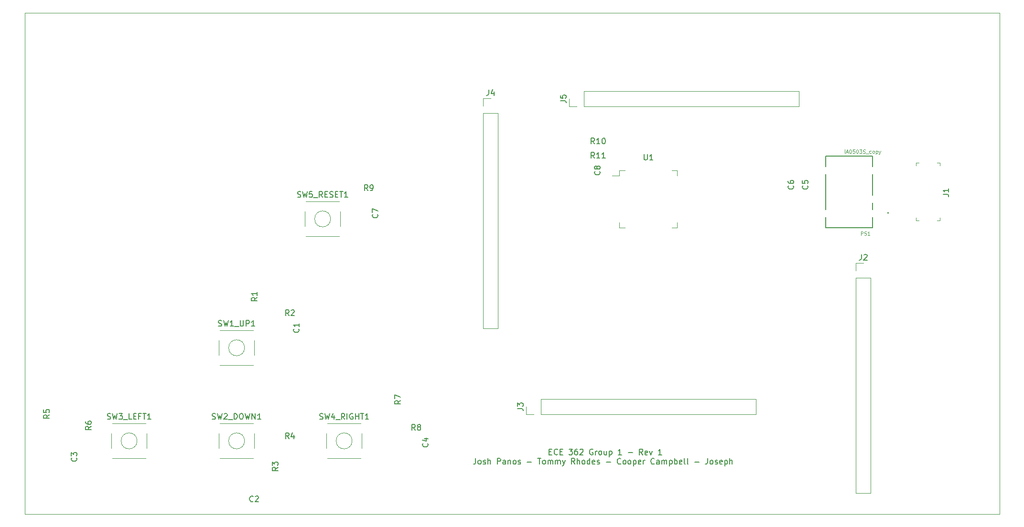
<source format=gbr>
G04 #@! TF.GenerationSoftware,KiCad,Pcbnew,(5.1.4)-1*
G04 #@! TF.CreationDate,2019-11-19T15:05:47-05:00*
G04 #@! TF.ProjectId,MiniProj,4d696e69-5072-46f6-9a2e-6b696361645f,rev?*
G04 #@! TF.SameCoordinates,Original*
G04 #@! TF.FileFunction,Legend,Top*
G04 #@! TF.FilePolarity,Positive*
%FSLAX46Y46*%
G04 Gerber Fmt 4.6, Leading zero omitted, Abs format (unit mm)*
G04 Created by KiCad (PCBNEW (5.1.4)-1) date 2019-11-19 15:05:47*
%MOMM*%
%LPD*%
G04 APERTURE LIST*
%ADD10C,0.120000*%
%ADD11C,0.150000*%
%ADD12C,0.127000*%
%ADD13C,0.200000*%
%ADD14C,0.100000*%
%ADD15C,0.050000*%
G04 APERTURE END LIST*
D10*
X93980000Y-107950000D02*
X93980000Y-100330000D01*
X266700000Y-107950000D02*
X93980000Y-107950000D01*
X266700000Y-19050000D02*
X266700000Y-107950000D01*
X93980000Y-19050000D02*
X266700000Y-19050000D01*
X93980000Y-100330000D02*
X93980000Y-19050000D01*
D11*
X186921428Y-96893571D02*
X187254761Y-96893571D01*
X187397619Y-97417380D02*
X186921428Y-97417380D01*
X186921428Y-96417380D01*
X187397619Y-96417380D01*
X188397619Y-97322142D02*
X188350000Y-97369761D01*
X188207142Y-97417380D01*
X188111904Y-97417380D01*
X187969047Y-97369761D01*
X187873809Y-97274523D01*
X187826190Y-97179285D01*
X187778571Y-96988809D01*
X187778571Y-96845952D01*
X187826190Y-96655476D01*
X187873809Y-96560238D01*
X187969047Y-96465000D01*
X188111904Y-96417380D01*
X188207142Y-96417380D01*
X188350000Y-96465000D01*
X188397619Y-96512619D01*
X188826190Y-96893571D02*
X189159523Y-96893571D01*
X189302380Y-97417380D02*
X188826190Y-97417380D01*
X188826190Y-96417380D01*
X189302380Y-96417380D01*
X190397619Y-96417380D02*
X191016666Y-96417380D01*
X190683333Y-96798333D01*
X190826190Y-96798333D01*
X190921428Y-96845952D01*
X190969047Y-96893571D01*
X191016666Y-96988809D01*
X191016666Y-97226904D01*
X190969047Y-97322142D01*
X190921428Y-97369761D01*
X190826190Y-97417380D01*
X190540476Y-97417380D01*
X190445238Y-97369761D01*
X190397619Y-97322142D01*
X191873809Y-96417380D02*
X191683333Y-96417380D01*
X191588095Y-96465000D01*
X191540476Y-96512619D01*
X191445238Y-96655476D01*
X191397619Y-96845952D01*
X191397619Y-97226904D01*
X191445238Y-97322142D01*
X191492857Y-97369761D01*
X191588095Y-97417380D01*
X191778571Y-97417380D01*
X191873809Y-97369761D01*
X191921428Y-97322142D01*
X191969047Y-97226904D01*
X191969047Y-96988809D01*
X191921428Y-96893571D01*
X191873809Y-96845952D01*
X191778571Y-96798333D01*
X191588095Y-96798333D01*
X191492857Y-96845952D01*
X191445238Y-96893571D01*
X191397619Y-96988809D01*
X192350000Y-96512619D02*
X192397619Y-96465000D01*
X192492857Y-96417380D01*
X192730952Y-96417380D01*
X192826190Y-96465000D01*
X192873809Y-96512619D01*
X192921428Y-96607857D01*
X192921428Y-96703095D01*
X192873809Y-96845952D01*
X192302380Y-97417380D01*
X192921428Y-97417380D01*
X194635714Y-96465000D02*
X194540476Y-96417380D01*
X194397619Y-96417380D01*
X194254761Y-96465000D01*
X194159523Y-96560238D01*
X194111904Y-96655476D01*
X194064285Y-96845952D01*
X194064285Y-96988809D01*
X194111904Y-97179285D01*
X194159523Y-97274523D01*
X194254761Y-97369761D01*
X194397619Y-97417380D01*
X194492857Y-97417380D01*
X194635714Y-97369761D01*
X194683333Y-97322142D01*
X194683333Y-96988809D01*
X194492857Y-96988809D01*
X195111904Y-97417380D02*
X195111904Y-96750714D01*
X195111904Y-96941190D02*
X195159523Y-96845952D01*
X195207142Y-96798333D01*
X195302380Y-96750714D01*
X195397619Y-96750714D01*
X195873809Y-97417380D02*
X195778571Y-97369761D01*
X195730952Y-97322142D01*
X195683333Y-97226904D01*
X195683333Y-96941190D01*
X195730952Y-96845952D01*
X195778571Y-96798333D01*
X195873809Y-96750714D01*
X196016666Y-96750714D01*
X196111904Y-96798333D01*
X196159523Y-96845952D01*
X196207142Y-96941190D01*
X196207142Y-97226904D01*
X196159523Y-97322142D01*
X196111904Y-97369761D01*
X196016666Y-97417380D01*
X195873809Y-97417380D01*
X197064285Y-96750714D02*
X197064285Y-97417380D01*
X196635714Y-96750714D02*
X196635714Y-97274523D01*
X196683333Y-97369761D01*
X196778571Y-97417380D01*
X196921428Y-97417380D01*
X197016666Y-97369761D01*
X197064285Y-97322142D01*
X197540476Y-96750714D02*
X197540476Y-97750714D01*
X197540476Y-96798333D02*
X197635714Y-96750714D01*
X197826190Y-96750714D01*
X197921428Y-96798333D01*
X197969047Y-96845952D01*
X198016666Y-96941190D01*
X198016666Y-97226904D01*
X197969047Y-97322142D01*
X197921428Y-97369761D01*
X197826190Y-97417380D01*
X197635714Y-97417380D01*
X197540476Y-97369761D01*
X199730952Y-97417380D02*
X199159523Y-97417380D01*
X199445238Y-97417380D02*
X199445238Y-96417380D01*
X199350000Y-96560238D01*
X199254761Y-96655476D01*
X199159523Y-96703095D01*
X200921428Y-97036428D02*
X201683333Y-97036428D01*
X203492857Y-97417380D02*
X203159523Y-96941190D01*
X202921428Y-97417380D02*
X202921428Y-96417380D01*
X203302380Y-96417380D01*
X203397619Y-96465000D01*
X203445238Y-96512619D01*
X203492857Y-96607857D01*
X203492857Y-96750714D01*
X203445238Y-96845952D01*
X203397619Y-96893571D01*
X203302380Y-96941190D01*
X202921428Y-96941190D01*
X204302380Y-97369761D02*
X204207142Y-97417380D01*
X204016666Y-97417380D01*
X203921428Y-97369761D01*
X203873809Y-97274523D01*
X203873809Y-96893571D01*
X203921428Y-96798333D01*
X204016666Y-96750714D01*
X204207142Y-96750714D01*
X204302380Y-96798333D01*
X204350000Y-96893571D01*
X204350000Y-96988809D01*
X203873809Y-97084047D01*
X204683333Y-96750714D02*
X204921428Y-97417380D01*
X205159523Y-96750714D01*
X206826190Y-97417380D02*
X206254761Y-97417380D01*
X206540476Y-97417380D02*
X206540476Y-96417380D01*
X206445238Y-96560238D01*
X206350000Y-96655476D01*
X206254761Y-96703095D01*
X173873809Y-98067380D02*
X173873809Y-98781666D01*
X173826190Y-98924523D01*
X173730952Y-99019761D01*
X173588095Y-99067380D01*
X173492857Y-99067380D01*
X174492857Y-99067380D02*
X174397619Y-99019761D01*
X174350000Y-98972142D01*
X174302380Y-98876904D01*
X174302380Y-98591190D01*
X174350000Y-98495952D01*
X174397619Y-98448333D01*
X174492857Y-98400714D01*
X174635714Y-98400714D01*
X174730952Y-98448333D01*
X174778571Y-98495952D01*
X174826190Y-98591190D01*
X174826190Y-98876904D01*
X174778571Y-98972142D01*
X174730952Y-99019761D01*
X174635714Y-99067380D01*
X174492857Y-99067380D01*
X175207142Y-99019761D02*
X175302380Y-99067380D01*
X175492857Y-99067380D01*
X175588095Y-99019761D01*
X175635714Y-98924523D01*
X175635714Y-98876904D01*
X175588095Y-98781666D01*
X175492857Y-98734047D01*
X175350000Y-98734047D01*
X175254761Y-98686428D01*
X175207142Y-98591190D01*
X175207142Y-98543571D01*
X175254761Y-98448333D01*
X175350000Y-98400714D01*
X175492857Y-98400714D01*
X175588095Y-98448333D01*
X176064285Y-99067380D02*
X176064285Y-98067380D01*
X176492857Y-99067380D02*
X176492857Y-98543571D01*
X176445238Y-98448333D01*
X176350000Y-98400714D01*
X176207142Y-98400714D01*
X176111904Y-98448333D01*
X176064285Y-98495952D01*
X177730952Y-99067380D02*
X177730952Y-98067380D01*
X178111904Y-98067380D01*
X178207142Y-98115000D01*
X178254761Y-98162619D01*
X178302380Y-98257857D01*
X178302380Y-98400714D01*
X178254761Y-98495952D01*
X178207142Y-98543571D01*
X178111904Y-98591190D01*
X177730952Y-98591190D01*
X179159523Y-99067380D02*
X179159523Y-98543571D01*
X179111904Y-98448333D01*
X179016666Y-98400714D01*
X178826190Y-98400714D01*
X178730952Y-98448333D01*
X179159523Y-99019761D02*
X179064285Y-99067380D01*
X178826190Y-99067380D01*
X178730952Y-99019761D01*
X178683333Y-98924523D01*
X178683333Y-98829285D01*
X178730952Y-98734047D01*
X178826190Y-98686428D01*
X179064285Y-98686428D01*
X179159523Y-98638809D01*
X179635714Y-98400714D02*
X179635714Y-99067380D01*
X179635714Y-98495952D02*
X179683333Y-98448333D01*
X179778571Y-98400714D01*
X179921428Y-98400714D01*
X180016666Y-98448333D01*
X180064285Y-98543571D01*
X180064285Y-99067380D01*
X180683333Y-99067380D02*
X180588095Y-99019761D01*
X180540476Y-98972142D01*
X180492857Y-98876904D01*
X180492857Y-98591190D01*
X180540476Y-98495952D01*
X180588095Y-98448333D01*
X180683333Y-98400714D01*
X180826190Y-98400714D01*
X180921428Y-98448333D01*
X180969047Y-98495952D01*
X181016666Y-98591190D01*
X181016666Y-98876904D01*
X180969047Y-98972142D01*
X180921428Y-99019761D01*
X180826190Y-99067380D01*
X180683333Y-99067380D01*
X181397619Y-99019761D02*
X181492857Y-99067380D01*
X181683333Y-99067380D01*
X181778571Y-99019761D01*
X181826190Y-98924523D01*
X181826190Y-98876904D01*
X181778571Y-98781666D01*
X181683333Y-98734047D01*
X181540476Y-98734047D01*
X181445238Y-98686428D01*
X181397619Y-98591190D01*
X181397619Y-98543571D01*
X181445238Y-98448333D01*
X181540476Y-98400714D01*
X181683333Y-98400714D01*
X181778571Y-98448333D01*
X183016666Y-98686428D02*
X183778571Y-98686428D01*
X184873809Y-98067380D02*
X185445238Y-98067380D01*
X185159523Y-99067380D02*
X185159523Y-98067380D01*
X185921428Y-99067380D02*
X185826190Y-99019761D01*
X185778571Y-98972142D01*
X185730952Y-98876904D01*
X185730952Y-98591190D01*
X185778571Y-98495952D01*
X185826190Y-98448333D01*
X185921428Y-98400714D01*
X186064285Y-98400714D01*
X186159523Y-98448333D01*
X186207142Y-98495952D01*
X186254761Y-98591190D01*
X186254761Y-98876904D01*
X186207142Y-98972142D01*
X186159523Y-99019761D01*
X186064285Y-99067380D01*
X185921428Y-99067380D01*
X186683333Y-99067380D02*
X186683333Y-98400714D01*
X186683333Y-98495952D02*
X186730952Y-98448333D01*
X186826190Y-98400714D01*
X186969047Y-98400714D01*
X187064285Y-98448333D01*
X187111904Y-98543571D01*
X187111904Y-99067380D01*
X187111904Y-98543571D02*
X187159523Y-98448333D01*
X187254761Y-98400714D01*
X187397619Y-98400714D01*
X187492857Y-98448333D01*
X187540476Y-98543571D01*
X187540476Y-99067380D01*
X188016666Y-99067380D02*
X188016666Y-98400714D01*
X188016666Y-98495952D02*
X188064285Y-98448333D01*
X188159523Y-98400714D01*
X188302380Y-98400714D01*
X188397619Y-98448333D01*
X188445238Y-98543571D01*
X188445238Y-99067380D01*
X188445238Y-98543571D02*
X188492857Y-98448333D01*
X188588095Y-98400714D01*
X188730952Y-98400714D01*
X188826190Y-98448333D01*
X188873809Y-98543571D01*
X188873809Y-99067380D01*
X189254761Y-98400714D02*
X189492857Y-99067380D01*
X189730952Y-98400714D02*
X189492857Y-99067380D01*
X189397619Y-99305476D01*
X189350000Y-99353095D01*
X189254761Y-99400714D01*
X191445238Y-99067380D02*
X191111904Y-98591190D01*
X190873809Y-99067380D02*
X190873809Y-98067380D01*
X191254761Y-98067380D01*
X191350000Y-98115000D01*
X191397619Y-98162619D01*
X191445238Y-98257857D01*
X191445238Y-98400714D01*
X191397619Y-98495952D01*
X191350000Y-98543571D01*
X191254761Y-98591190D01*
X190873809Y-98591190D01*
X191873809Y-99067380D02*
X191873809Y-98067380D01*
X192302380Y-99067380D02*
X192302380Y-98543571D01*
X192254761Y-98448333D01*
X192159523Y-98400714D01*
X192016666Y-98400714D01*
X191921428Y-98448333D01*
X191873809Y-98495952D01*
X192921428Y-99067380D02*
X192826190Y-99019761D01*
X192778571Y-98972142D01*
X192730952Y-98876904D01*
X192730952Y-98591190D01*
X192778571Y-98495952D01*
X192826190Y-98448333D01*
X192921428Y-98400714D01*
X193064285Y-98400714D01*
X193159523Y-98448333D01*
X193207142Y-98495952D01*
X193254761Y-98591190D01*
X193254761Y-98876904D01*
X193207142Y-98972142D01*
X193159523Y-99019761D01*
X193064285Y-99067380D01*
X192921428Y-99067380D01*
X194111904Y-99067380D02*
X194111904Y-98067380D01*
X194111904Y-99019761D02*
X194016666Y-99067380D01*
X193826190Y-99067380D01*
X193730952Y-99019761D01*
X193683333Y-98972142D01*
X193635714Y-98876904D01*
X193635714Y-98591190D01*
X193683333Y-98495952D01*
X193730952Y-98448333D01*
X193826190Y-98400714D01*
X194016666Y-98400714D01*
X194111904Y-98448333D01*
X194969047Y-99019761D02*
X194873809Y-99067380D01*
X194683333Y-99067380D01*
X194588095Y-99019761D01*
X194540476Y-98924523D01*
X194540476Y-98543571D01*
X194588095Y-98448333D01*
X194683333Y-98400714D01*
X194873809Y-98400714D01*
X194969047Y-98448333D01*
X195016666Y-98543571D01*
X195016666Y-98638809D01*
X194540476Y-98734047D01*
X195397619Y-99019761D02*
X195492857Y-99067380D01*
X195683333Y-99067380D01*
X195778571Y-99019761D01*
X195826190Y-98924523D01*
X195826190Y-98876904D01*
X195778571Y-98781666D01*
X195683333Y-98734047D01*
X195540476Y-98734047D01*
X195445238Y-98686428D01*
X195397619Y-98591190D01*
X195397619Y-98543571D01*
X195445238Y-98448333D01*
X195540476Y-98400714D01*
X195683333Y-98400714D01*
X195778571Y-98448333D01*
X197016666Y-98686428D02*
X197778571Y-98686428D01*
X199588095Y-98972142D02*
X199540476Y-99019761D01*
X199397619Y-99067380D01*
X199302380Y-99067380D01*
X199159523Y-99019761D01*
X199064285Y-98924523D01*
X199016666Y-98829285D01*
X198969047Y-98638809D01*
X198969047Y-98495952D01*
X199016666Y-98305476D01*
X199064285Y-98210238D01*
X199159523Y-98115000D01*
X199302380Y-98067380D01*
X199397619Y-98067380D01*
X199540476Y-98115000D01*
X199588095Y-98162619D01*
X200159523Y-99067380D02*
X200064285Y-99019761D01*
X200016666Y-98972142D01*
X199969047Y-98876904D01*
X199969047Y-98591190D01*
X200016666Y-98495952D01*
X200064285Y-98448333D01*
X200159523Y-98400714D01*
X200302380Y-98400714D01*
X200397619Y-98448333D01*
X200445238Y-98495952D01*
X200492857Y-98591190D01*
X200492857Y-98876904D01*
X200445238Y-98972142D01*
X200397619Y-99019761D01*
X200302380Y-99067380D01*
X200159523Y-99067380D01*
X201064285Y-99067380D02*
X200969047Y-99019761D01*
X200921428Y-98972142D01*
X200873809Y-98876904D01*
X200873809Y-98591190D01*
X200921428Y-98495952D01*
X200969047Y-98448333D01*
X201064285Y-98400714D01*
X201207142Y-98400714D01*
X201302380Y-98448333D01*
X201350000Y-98495952D01*
X201397619Y-98591190D01*
X201397619Y-98876904D01*
X201350000Y-98972142D01*
X201302380Y-99019761D01*
X201207142Y-99067380D01*
X201064285Y-99067380D01*
X201826190Y-98400714D02*
X201826190Y-99400714D01*
X201826190Y-98448333D02*
X201921428Y-98400714D01*
X202111904Y-98400714D01*
X202207142Y-98448333D01*
X202254761Y-98495952D01*
X202302380Y-98591190D01*
X202302380Y-98876904D01*
X202254761Y-98972142D01*
X202207142Y-99019761D01*
X202111904Y-99067380D01*
X201921428Y-99067380D01*
X201826190Y-99019761D01*
X203111904Y-99019761D02*
X203016666Y-99067380D01*
X202826190Y-99067380D01*
X202730952Y-99019761D01*
X202683333Y-98924523D01*
X202683333Y-98543571D01*
X202730952Y-98448333D01*
X202826190Y-98400714D01*
X203016666Y-98400714D01*
X203111904Y-98448333D01*
X203159523Y-98543571D01*
X203159523Y-98638809D01*
X202683333Y-98734047D01*
X203588095Y-99067380D02*
X203588095Y-98400714D01*
X203588095Y-98591190D02*
X203635714Y-98495952D01*
X203683333Y-98448333D01*
X203778571Y-98400714D01*
X203873809Y-98400714D01*
X205540476Y-98972142D02*
X205492857Y-99019761D01*
X205350000Y-99067380D01*
X205254761Y-99067380D01*
X205111904Y-99019761D01*
X205016666Y-98924523D01*
X204969047Y-98829285D01*
X204921428Y-98638809D01*
X204921428Y-98495952D01*
X204969047Y-98305476D01*
X205016666Y-98210238D01*
X205111904Y-98115000D01*
X205254761Y-98067380D01*
X205350000Y-98067380D01*
X205492857Y-98115000D01*
X205540476Y-98162619D01*
X206397619Y-99067380D02*
X206397619Y-98543571D01*
X206350000Y-98448333D01*
X206254761Y-98400714D01*
X206064285Y-98400714D01*
X205969047Y-98448333D01*
X206397619Y-99019761D02*
X206302380Y-99067380D01*
X206064285Y-99067380D01*
X205969047Y-99019761D01*
X205921428Y-98924523D01*
X205921428Y-98829285D01*
X205969047Y-98734047D01*
X206064285Y-98686428D01*
X206302380Y-98686428D01*
X206397619Y-98638809D01*
X206873809Y-99067380D02*
X206873809Y-98400714D01*
X206873809Y-98495952D02*
X206921428Y-98448333D01*
X207016666Y-98400714D01*
X207159523Y-98400714D01*
X207254761Y-98448333D01*
X207302380Y-98543571D01*
X207302380Y-99067380D01*
X207302380Y-98543571D02*
X207350000Y-98448333D01*
X207445238Y-98400714D01*
X207588095Y-98400714D01*
X207683333Y-98448333D01*
X207730952Y-98543571D01*
X207730952Y-99067380D01*
X208207142Y-98400714D02*
X208207142Y-99400714D01*
X208207142Y-98448333D02*
X208302380Y-98400714D01*
X208492857Y-98400714D01*
X208588095Y-98448333D01*
X208635714Y-98495952D01*
X208683333Y-98591190D01*
X208683333Y-98876904D01*
X208635714Y-98972142D01*
X208588095Y-99019761D01*
X208492857Y-99067380D01*
X208302380Y-99067380D01*
X208207142Y-99019761D01*
X209111904Y-99067380D02*
X209111904Y-98067380D01*
X209111904Y-98448333D02*
X209207142Y-98400714D01*
X209397619Y-98400714D01*
X209492857Y-98448333D01*
X209540476Y-98495952D01*
X209588095Y-98591190D01*
X209588095Y-98876904D01*
X209540476Y-98972142D01*
X209492857Y-99019761D01*
X209397619Y-99067380D01*
X209207142Y-99067380D01*
X209111904Y-99019761D01*
X210397619Y-99019761D02*
X210302380Y-99067380D01*
X210111904Y-99067380D01*
X210016666Y-99019761D01*
X209969047Y-98924523D01*
X209969047Y-98543571D01*
X210016666Y-98448333D01*
X210111904Y-98400714D01*
X210302380Y-98400714D01*
X210397619Y-98448333D01*
X210445238Y-98543571D01*
X210445238Y-98638809D01*
X209969047Y-98734047D01*
X211016666Y-99067380D02*
X210921428Y-99019761D01*
X210873809Y-98924523D01*
X210873809Y-98067380D01*
X211540476Y-99067380D02*
X211445238Y-99019761D01*
X211397619Y-98924523D01*
X211397619Y-98067380D01*
X212683333Y-98686428D02*
X213445238Y-98686428D01*
X214969047Y-98067380D02*
X214969047Y-98781666D01*
X214921428Y-98924523D01*
X214826190Y-99019761D01*
X214683333Y-99067380D01*
X214588095Y-99067380D01*
X215588095Y-99067380D02*
X215492857Y-99019761D01*
X215445238Y-98972142D01*
X215397619Y-98876904D01*
X215397619Y-98591190D01*
X215445238Y-98495952D01*
X215492857Y-98448333D01*
X215588095Y-98400714D01*
X215730952Y-98400714D01*
X215826190Y-98448333D01*
X215873809Y-98495952D01*
X215921428Y-98591190D01*
X215921428Y-98876904D01*
X215873809Y-98972142D01*
X215826190Y-99019761D01*
X215730952Y-99067380D01*
X215588095Y-99067380D01*
X216302380Y-99019761D02*
X216397619Y-99067380D01*
X216588095Y-99067380D01*
X216683333Y-99019761D01*
X216730952Y-98924523D01*
X216730952Y-98876904D01*
X216683333Y-98781666D01*
X216588095Y-98734047D01*
X216445238Y-98734047D01*
X216349999Y-98686428D01*
X216302380Y-98591190D01*
X216302380Y-98543571D01*
X216349999Y-98448333D01*
X216445238Y-98400714D01*
X216588095Y-98400714D01*
X216683333Y-98448333D01*
X217540476Y-99019761D02*
X217445238Y-99067380D01*
X217254761Y-99067380D01*
X217159523Y-99019761D01*
X217111904Y-98924523D01*
X217111904Y-98543571D01*
X217159523Y-98448333D01*
X217254761Y-98400714D01*
X217445238Y-98400714D01*
X217540476Y-98448333D01*
X217588095Y-98543571D01*
X217588095Y-98638809D01*
X217111904Y-98734047D01*
X218016666Y-98400714D02*
X218016666Y-99400714D01*
X218016666Y-98448333D02*
X218111904Y-98400714D01*
X218302380Y-98400714D01*
X218397619Y-98448333D01*
X218445238Y-98495952D01*
X218492857Y-98591190D01*
X218492857Y-98876904D01*
X218445238Y-98972142D01*
X218397619Y-99019761D01*
X218302380Y-99067380D01*
X218111904Y-99067380D01*
X218016666Y-99019761D01*
X218921428Y-99067380D02*
X218921428Y-98067380D01*
X219349999Y-99067380D02*
X219349999Y-98543571D01*
X219302380Y-98448333D01*
X219207142Y-98400714D01*
X219064285Y-98400714D01*
X218969047Y-98448333D01*
X218921428Y-98495952D01*
D10*
X190440000Y-35620000D02*
X190440000Y-34290000D01*
X191770000Y-35620000D02*
X190440000Y-35620000D01*
X193040000Y-35620000D02*
X193040000Y-32960000D01*
X193040000Y-32960000D02*
X231200000Y-32960000D01*
X193040000Y-35620000D02*
X231200000Y-35620000D01*
X231200000Y-35620000D02*
X231200000Y-32960000D01*
X175200000Y-34230000D02*
X176530000Y-34230000D01*
X175200000Y-35560000D02*
X175200000Y-34230000D01*
X175200000Y-36830000D02*
X177860000Y-36830000D01*
X177860000Y-36830000D02*
X177860000Y-74990000D01*
X175200000Y-36830000D02*
X175200000Y-74990000D01*
X175200000Y-74990000D02*
X177860000Y-74990000D01*
X182820000Y-90230000D02*
X182820000Y-88900000D01*
X184150000Y-90230000D02*
X182820000Y-90230000D01*
X185420000Y-90230000D02*
X185420000Y-87570000D01*
X185420000Y-87570000D02*
X223580000Y-87570000D01*
X185420000Y-90230000D02*
X223580000Y-90230000D01*
X223580000Y-90230000D02*
X223580000Y-87570000D01*
X241240000Y-63440000D02*
X242570000Y-63440000D01*
X241240000Y-64770000D02*
X241240000Y-63440000D01*
X241240000Y-66040000D02*
X243900000Y-66040000D01*
X243900000Y-66040000D02*
X243900000Y-104200000D01*
X241240000Y-66040000D02*
X241240000Y-104200000D01*
X241240000Y-104200000D02*
X243900000Y-104200000D01*
X199360000Y-47910000D02*
X198020000Y-47910000D01*
X199360000Y-46960000D02*
X199360000Y-47910000D01*
X200310000Y-46960000D02*
X199360000Y-46960000D01*
X209580000Y-46960000D02*
X209580000Y-47910000D01*
X208630000Y-46960000D02*
X209580000Y-46960000D01*
X199360000Y-57180000D02*
X199360000Y-56230000D01*
X200310000Y-57180000D02*
X199360000Y-57180000D01*
X209580000Y-57180000D02*
X209580000Y-56230000D01*
X208630000Y-57180000D02*
X209580000Y-57180000D01*
D12*
X244180000Y-44450000D02*
X244180000Y-46300000D01*
D13*
X247030000Y-54530000D02*
G75*
G03X247030000Y-54530000I-100000J0D01*
G01*
D12*
X235880000Y-57150000D02*
X235880000Y-55290000D01*
X235880000Y-47680000D02*
X235880000Y-53930000D01*
X235880000Y-44450000D02*
X235880000Y-46310000D01*
X244180000Y-51380000D02*
X244180000Y-47680000D01*
X244180000Y-53930000D02*
X244180000Y-52750000D01*
X244180000Y-57150000D02*
X244180000Y-55290000D01*
X235880000Y-44450000D02*
X244180000Y-44450000D01*
X244180000Y-57150000D02*
X235880000Y-57150000D01*
D14*
X256100000Y-55860000D02*
X256100000Y-55360000D01*
X256100000Y-55860000D02*
X255600000Y-55860000D01*
X251900000Y-55860000D02*
X252400000Y-55860000D01*
X251900000Y-55860000D02*
X251900000Y-55360000D01*
X251900000Y-45660000D02*
X251900000Y-46160000D01*
X251900000Y-45660000D02*
X252400000Y-45660000D01*
X256100000Y-45660000D02*
X256100000Y-46160000D01*
X256100000Y-45660000D02*
X255600000Y-45660000D01*
D10*
X149880000Y-54250000D02*
X149880000Y-56930000D01*
X143640000Y-56930000D02*
X143640000Y-54250000D01*
X143790000Y-52470000D02*
X149730000Y-52470000D01*
X143790000Y-58710000D02*
X149730000Y-58710000D01*
X148174214Y-55590000D02*
G75*
G03X148174214Y-55590000I-1414214J0D01*
G01*
X153690000Y-93620000D02*
X153690000Y-96300000D01*
X147450000Y-96300000D02*
X147450000Y-93620000D01*
X147600000Y-91840000D02*
X153540000Y-91840000D01*
X147600000Y-98080000D02*
X153540000Y-98080000D01*
X151984214Y-94960000D02*
G75*
G03X151984214Y-94960000I-1414214J0D01*
G01*
X115590000Y-93620000D02*
X115590000Y-96300000D01*
X109350000Y-96300000D02*
X109350000Y-93620000D01*
X109500000Y-91840000D02*
X115440000Y-91840000D01*
X109500000Y-98080000D02*
X115440000Y-98080000D01*
X113884214Y-94960000D02*
G75*
G03X113884214Y-94960000I-1414214J0D01*
G01*
X134640000Y-93620000D02*
X134640000Y-96300000D01*
X128400000Y-96300000D02*
X128400000Y-93620000D01*
X128550000Y-91840000D02*
X134490000Y-91840000D01*
X128550000Y-98080000D02*
X134490000Y-98080000D01*
X132934214Y-94960000D02*
G75*
G03X132934214Y-94960000I-1414214J0D01*
G01*
X134640000Y-77110000D02*
X134640000Y-79790000D01*
X128400000Y-79790000D02*
X128400000Y-77110000D01*
X128550000Y-75330000D02*
X134490000Y-75330000D01*
X128550000Y-81570000D02*
X134490000Y-81570000D01*
X132934214Y-78450000D02*
G75*
G03X132934214Y-78450000I-1414214J0D01*
G01*
D11*
X156467142Y-54776666D02*
X156514761Y-54824285D01*
X156562380Y-54967142D01*
X156562380Y-55062380D01*
X156514761Y-55205238D01*
X156419523Y-55300476D01*
X156324285Y-55348095D01*
X156133809Y-55395714D01*
X155990952Y-55395714D01*
X155800476Y-55348095D01*
X155705238Y-55300476D01*
X155610000Y-55205238D01*
X155562380Y-55062380D01*
X155562380Y-54967142D01*
X155610000Y-54824285D01*
X155657619Y-54776666D01*
X155562380Y-54443333D02*
X155562380Y-53776666D01*
X156562380Y-54205238D01*
X230127142Y-49696666D02*
X230174761Y-49744285D01*
X230222380Y-49887142D01*
X230222380Y-49982380D01*
X230174761Y-50125238D01*
X230079523Y-50220476D01*
X229984285Y-50268095D01*
X229793809Y-50315714D01*
X229650952Y-50315714D01*
X229460476Y-50268095D01*
X229365238Y-50220476D01*
X229270000Y-50125238D01*
X229222380Y-49982380D01*
X229222380Y-49887142D01*
X229270000Y-49744285D01*
X229317619Y-49696666D01*
X229222380Y-48839523D02*
X229222380Y-49030000D01*
X229270000Y-49125238D01*
X229317619Y-49172857D01*
X229460476Y-49268095D01*
X229650952Y-49315714D01*
X230031904Y-49315714D01*
X230127142Y-49268095D01*
X230174761Y-49220476D01*
X230222380Y-49125238D01*
X230222380Y-48934761D01*
X230174761Y-48839523D01*
X230127142Y-48791904D01*
X230031904Y-48744285D01*
X229793809Y-48744285D01*
X229698571Y-48791904D01*
X229650952Y-48839523D01*
X229603333Y-48934761D01*
X229603333Y-49125238D01*
X229650952Y-49220476D01*
X229698571Y-49268095D01*
X229793809Y-49315714D01*
X165357142Y-95416666D02*
X165404761Y-95464285D01*
X165452380Y-95607142D01*
X165452380Y-95702380D01*
X165404761Y-95845238D01*
X165309523Y-95940476D01*
X165214285Y-95988095D01*
X165023809Y-96035714D01*
X164880952Y-96035714D01*
X164690476Y-95988095D01*
X164595238Y-95940476D01*
X164500000Y-95845238D01*
X164452380Y-95702380D01*
X164452380Y-95607142D01*
X164500000Y-95464285D01*
X164547619Y-95416666D01*
X164785714Y-94559523D02*
X165452380Y-94559523D01*
X164404761Y-94797619D02*
X165119047Y-95035714D01*
X165119047Y-94416666D01*
X103127142Y-97956666D02*
X103174761Y-98004285D01*
X103222380Y-98147142D01*
X103222380Y-98242380D01*
X103174761Y-98385238D01*
X103079523Y-98480476D01*
X102984285Y-98528095D01*
X102793809Y-98575714D01*
X102650952Y-98575714D01*
X102460476Y-98528095D01*
X102365238Y-98480476D01*
X102270000Y-98385238D01*
X102222380Y-98242380D01*
X102222380Y-98147142D01*
X102270000Y-98004285D01*
X102317619Y-97956666D01*
X102222380Y-97623333D02*
X102222380Y-97004285D01*
X102603333Y-97337619D01*
X102603333Y-97194761D01*
X102650952Y-97099523D01*
X102698571Y-97051904D01*
X102793809Y-97004285D01*
X103031904Y-97004285D01*
X103127142Y-97051904D01*
X103174761Y-97099523D01*
X103222380Y-97194761D01*
X103222380Y-97480476D01*
X103174761Y-97575714D01*
X103127142Y-97623333D01*
X134453333Y-105667142D02*
X134405714Y-105714761D01*
X134262857Y-105762380D01*
X134167619Y-105762380D01*
X134024761Y-105714761D01*
X133929523Y-105619523D01*
X133881904Y-105524285D01*
X133834285Y-105333809D01*
X133834285Y-105190952D01*
X133881904Y-105000476D01*
X133929523Y-104905238D01*
X134024761Y-104810000D01*
X134167619Y-104762380D01*
X134262857Y-104762380D01*
X134405714Y-104810000D01*
X134453333Y-104857619D01*
X134834285Y-104857619D02*
X134881904Y-104810000D01*
X134977142Y-104762380D01*
X135215238Y-104762380D01*
X135310476Y-104810000D01*
X135358095Y-104857619D01*
X135405714Y-104952857D01*
X135405714Y-105048095D01*
X135358095Y-105190952D01*
X134786666Y-105762380D01*
X135405714Y-105762380D01*
X142497142Y-75096666D02*
X142544761Y-75144285D01*
X142592380Y-75287142D01*
X142592380Y-75382380D01*
X142544761Y-75525238D01*
X142449523Y-75620476D01*
X142354285Y-75668095D01*
X142163809Y-75715714D01*
X142020952Y-75715714D01*
X141830476Y-75668095D01*
X141735238Y-75620476D01*
X141640000Y-75525238D01*
X141592380Y-75382380D01*
X141592380Y-75287142D01*
X141640000Y-75144285D01*
X141687619Y-75096666D01*
X142592380Y-74144285D02*
X142592380Y-74715714D01*
X142592380Y-74430000D02*
X141592380Y-74430000D01*
X141735238Y-74525238D01*
X141830476Y-74620476D01*
X141878095Y-74715714D01*
X194937142Y-44802380D02*
X194603809Y-44326190D01*
X194365714Y-44802380D02*
X194365714Y-43802380D01*
X194746666Y-43802380D01*
X194841904Y-43850000D01*
X194889523Y-43897619D01*
X194937142Y-43992857D01*
X194937142Y-44135714D01*
X194889523Y-44230952D01*
X194841904Y-44278571D01*
X194746666Y-44326190D01*
X194365714Y-44326190D01*
X195889523Y-44802380D02*
X195318095Y-44802380D01*
X195603809Y-44802380D02*
X195603809Y-43802380D01*
X195508571Y-43945238D01*
X195413333Y-44040476D01*
X195318095Y-44088095D01*
X196841904Y-44802380D02*
X196270476Y-44802380D01*
X196556190Y-44802380D02*
X196556190Y-43802380D01*
X196460952Y-43945238D01*
X196365714Y-44040476D01*
X196270476Y-44088095D01*
X194937142Y-42262380D02*
X194603809Y-41786190D01*
X194365714Y-42262380D02*
X194365714Y-41262380D01*
X194746666Y-41262380D01*
X194841904Y-41310000D01*
X194889523Y-41357619D01*
X194937142Y-41452857D01*
X194937142Y-41595714D01*
X194889523Y-41690952D01*
X194841904Y-41738571D01*
X194746666Y-41786190D01*
X194365714Y-41786190D01*
X195889523Y-42262380D02*
X195318095Y-42262380D01*
X195603809Y-42262380D02*
X195603809Y-41262380D01*
X195508571Y-41405238D01*
X195413333Y-41500476D01*
X195318095Y-41548095D01*
X196508571Y-41262380D02*
X196603809Y-41262380D01*
X196699047Y-41310000D01*
X196746666Y-41357619D01*
X196794285Y-41452857D01*
X196841904Y-41643333D01*
X196841904Y-41881428D01*
X196794285Y-42071904D01*
X196746666Y-42167142D01*
X196699047Y-42214761D01*
X196603809Y-42262380D01*
X196508571Y-42262380D01*
X196413333Y-42214761D01*
X196365714Y-42167142D01*
X196318095Y-42071904D01*
X196270476Y-41881428D01*
X196270476Y-41643333D01*
X196318095Y-41452857D01*
X196365714Y-41357619D01*
X196413333Y-41310000D01*
X196508571Y-41262380D01*
X195837142Y-47156666D02*
X195884761Y-47204285D01*
X195932380Y-47347142D01*
X195932380Y-47442380D01*
X195884761Y-47585238D01*
X195789523Y-47680476D01*
X195694285Y-47728095D01*
X195503809Y-47775714D01*
X195360952Y-47775714D01*
X195170476Y-47728095D01*
X195075238Y-47680476D01*
X194980000Y-47585238D01*
X194932380Y-47442380D01*
X194932380Y-47347142D01*
X194980000Y-47204285D01*
X195027619Y-47156666D01*
X195360952Y-46585238D02*
X195313333Y-46680476D01*
X195265714Y-46728095D01*
X195170476Y-46775714D01*
X195122857Y-46775714D01*
X195027619Y-46728095D01*
X194980000Y-46680476D01*
X194932380Y-46585238D01*
X194932380Y-46394761D01*
X194980000Y-46299523D01*
X195027619Y-46251904D01*
X195122857Y-46204285D01*
X195170476Y-46204285D01*
X195265714Y-46251904D01*
X195313333Y-46299523D01*
X195360952Y-46394761D01*
X195360952Y-46585238D01*
X195408571Y-46680476D01*
X195456190Y-46728095D01*
X195551428Y-46775714D01*
X195741904Y-46775714D01*
X195837142Y-46728095D01*
X195884761Y-46680476D01*
X195932380Y-46585238D01*
X195932380Y-46394761D01*
X195884761Y-46299523D01*
X195837142Y-46251904D01*
X195741904Y-46204285D01*
X195551428Y-46204285D01*
X195456190Y-46251904D01*
X195408571Y-46299523D01*
X195360952Y-46394761D01*
X188892380Y-34623333D02*
X189606666Y-34623333D01*
X189749523Y-34670952D01*
X189844761Y-34766190D01*
X189892380Y-34909047D01*
X189892380Y-35004285D01*
X188892380Y-33670952D02*
X188892380Y-34147142D01*
X189368571Y-34194761D01*
X189320952Y-34147142D01*
X189273333Y-34051904D01*
X189273333Y-33813809D01*
X189320952Y-33718571D01*
X189368571Y-33670952D01*
X189463809Y-33623333D01*
X189701904Y-33623333D01*
X189797142Y-33670952D01*
X189844761Y-33718571D01*
X189892380Y-33813809D01*
X189892380Y-34051904D01*
X189844761Y-34147142D01*
X189797142Y-34194761D01*
X176196666Y-32682380D02*
X176196666Y-33396666D01*
X176149047Y-33539523D01*
X176053809Y-33634761D01*
X175910952Y-33682380D01*
X175815714Y-33682380D01*
X177101428Y-33015714D02*
X177101428Y-33682380D01*
X176863333Y-32634761D02*
X176625238Y-33349047D01*
X177244285Y-33349047D01*
X181272380Y-89233333D02*
X181986666Y-89233333D01*
X182129523Y-89280952D01*
X182224761Y-89376190D01*
X182272380Y-89519047D01*
X182272380Y-89614285D01*
X181272380Y-88852380D02*
X181272380Y-88233333D01*
X181653333Y-88566666D01*
X181653333Y-88423809D01*
X181700952Y-88328571D01*
X181748571Y-88280952D01*
X181843809Y-88233333D01*
X182081904Y-88233333D01*
X182177142Y-88280952D01*
X182224761Y-88328571D01*
X182272380Y-88423809D01*
X182272380Y-88709523D01*
X182224761Y-88804761D01*
X182177142Y-88852380D01*
X242236666Y-61892380D02*
X242236666Y-62606666D01*
X242189047Y-62749523D01*
X242093809Y-62844761D01*
X241950952Y-62892380D01*
X241855714Y-62892380D01*
X242665238Y-61987619D02*
X242712857Y-61940000D01*
X242808095Y-61892380D01*
X243046190Y-61892380D01*
X243141428Y-61940000D01*
X243189047Y-61987619D01*
X243236666Y-62082857D01*
X243236666Y-62178095D01*
X243189047Y-62320952D01*
X242617619Y-62892380D01*
X243236666Y-62892380D01*
X203708095Y-44122380D02*
X203708095Y-44931904D01*
X203755714Y-45027142D01*
X203803333Y-45074761D01*
X203898571Y-45122380D01*
X204089047Y-45122380D01*
X204184285Y-45074761D01*
X204231904Y-45027142D01*
X204279523Y-44931904D01*
X204279523Y-44122380D01*
X205279523Y-45122380D02*
X204708095Y-45122380D01*
X204993809Y-45122380D02*
X204993809Y-44122380D01*
X204898571Y-44265238D01*
X204803333Y-44360476D01*
X204708095Y-44408095D01*
D15*
X242138537Y-58466920D02*
X242138537Y-57823478D01*
X242383658Y-57823478D01*
X242444938Y-57854119D01*
X242475578Y-57884759D01*
X242506218Y-57946039D01*
X242506218Y-58037959D01*
X242475578Y-58099239D01*
X242444938Y-58129879D01*
X242383658Y-58160519D01*
X242138537Y-58160519D01*
X242751339Y-58436280D02*
X242843259Y-58466920D01*
X242996460Y-58466920D01*
X243057740Y-58436280D01*
X243088380Y-58405640D01*
X243119020Y-58344360D01*
X243119020Y-58283080D01*
X243088380Y-58221800D01*
X243057740Y-58191160D01*
X242996460Y-58160519D01*
X242873899Y-58129879D01*
X242812619Y-58099239D01*
X242781979Y-58068599D01*
X242751339Y-58007319D01*
X242751339Y-57946039D01*
X242781979Y-57884759D01*
X242812619Y-57854119D01*
X242873899Y-57823478D01*
X243027100Y-57823478D01*
X243119020Y-57854119D01*
X243731822Y-58466920D02*
X243364141Y-58466920D01*
X243547981Y-58466920D02*
X243547981Y-57823478D01*
X243486701Y-57915399D01*
X243425421Y-57976679D01*
X243364141Y-58007319D01*
X239255619Y-43936491D02*
X239255619Y-43293734D01*
X239531087Y-43752846D02*
X239837162Y-43752846D01*
X239469872Y-43936491D02*
X239684124Y-43293734D01*
X239898376Y-43936491D01*
X240235059Y-43293734D02*
X240296274Y-43293734D01*
X240357489Y-43324341D01*
X240388096Y-43354948D01*
X240418704Y-43416163D01*
X240449311Y-43538593D01*
X240449311Y-43691631D01*
X240418704Y-43814061D01*
X240388096Y-43875276D01*
X240357489Y-43905883D01*
X240296274Y-43936491D01*
X240235059Y-43936491D01*
X240173844Y-43905883D01*
X240143236Y-43875276D01*
X240112629Y-43814061D01*
X240082021Y-43691631D01*
X240082021Y-43538593D01*
X240112629Y-43416163D01*
X240143236Y-43354948D01*
X240173844Y-43324341D01*
X240235059Y-43293734D01*
X241030853Y-43293734D02*
X240724778Y-43293734D01*
X240694171Y-43599808D01*
X240724778Y-43569201D01*
X240785993Y-43538593D01*
X240939031Y-43538593D01*
X241000246Y-43569201D01*
X241030853Y-43599808D01*
X241061461Y-43661023D01*
X241061461Y-43814061D01*
X241030853Y-43875276D01*
X241000246Y-43905883D01*
X240939031Y-43936491D01*
X240785993Y-43936491D01*
X240724778Y-43905883D01*
X240694171Y-43875276D01*
X241459358Y-43293734D02*
X241520573Y-43293734D01*
X241581788Y-43324341D01*
X241612395Y-43354948D01*
X241643003Y-43416163D01*
X241673610Y-43538593D01*
X241673610Y-43691631D01*
X241643003Y-43814061D01*
X241612395Y-43875276D01*
X241581788Y-43905883D01*
X241520573Y-43936491D01*
X241459358Y-43936491D01*
X241398143Y-43905883D01*
X241367535Y-43875276D01*
X241336928Y-43814061D01*
X241306320Y-43691631D01*
X241306320Y-43538593D01*
X241336928Y-43416163D01*
X241367535Y-43354948D01*
X241398143Y-43324341D01*
X241459358Y-43293734D01*
X241887862Y-43293734D02*
X242285760Y-43293734D01*
X242071507Y-43538593D01*
X242163330Y-43538593D01*
X242224545Y-43569201D01*
X242255152Y-43599808D01*
X242285760Y-43661023D01*
X242285760Y-43814061D01*
X242255152Y-43875276D01*
X242224545Y-43905883D01*
X242163330Y-43936491D01*
X241979685Y-43936491D01*
X241918470Y-43905883D01*
X241887862Y-43875276D01*
X242530619Y-43905883D02*
X242622442Y-43936491D01*
X242775479Y-43936491D01*
X242836694Y-43905883D01*
X242867302Y-43875276D01*
X242897909Y-43814061D01*
X242897909Y-43752846D01*
X242867302Y-43691631D01*
X242836694Y-43661023D01*
X242775479Y-43630416D01*
X242653049Y-43599808D01*
X242591834Y-43569201D01*
X242561227Y-43538593D01*
X242530619Y-43477378D01*
X242530619Y-43416163D01*
X242561227Y-43354948D01*
X242591834Y-43324341D01*
X242653049Y-43293734D01*
X242806087Y-43293734D01*
X242897909Y-43324341D01*
X243020339Y-43997705D02*
X243510059Y-43997705D01*
X243938563Y-43905883D02*
X243877348Y-43936491D01*
X243754918Y-43936491D01*
X243693704Y-43905883D01*
X243663096Y-43875276D01*
X243632489Y-43814061D01*
X243632489Y-43630416D01*
X243663096Y-43569201D01*
X243693704Y-43538593D01*
X243754918Y-43507986D01*
X243877348Y-43507986D01*
X243938563Y-43538593D01*
X244305853Y-43936491D02*
X244244638Y-43905883D01*
X244214031Y-43875276D01*
X244183423Y-43814061D01*
X244183423Y-43630416D01*
X244214031Y-43569201D01*
X244244638Y-43538593D01*
X244305853Y-43507986D01*
X244397675Y-43507986D01*
X244458890Y-43538593D01*
X244489498Y-43569201D01*
X244520105Y-43630416D01*
X244520105Y-43814061D01*
X244489498Y-43875276D01*
X244458890Y-43905883D01*
X244397675Y-43936491D01*
X244305853Y-43936491D01*
X244795573Y-43507986D02*
X244795573Y-44150743D01*
X244795573Y-43538593D02*
X244856788Y-43507986D01*
X244979218Y-43507986D01*
X245040432Y-43538593D01*
X245071040Y-43569201D01*
X245101647Y-43630416D01*
X245101647Y-43814061D01*
X245071040Y-43875276D01*
X245040432Y-43905883D01*
X244979218Y-43936491D01*
X244856788Y-43936491D01*
X244795573Y-43905883D01*
X245315900Y-43507986D02*
X245468937Y-43936491D01*
X245621975Y-43507986D02*
X245468937Y-43936491D01*
X245407722Y-44089528D01*
X245377115Y-44120135D01*
X245315900Y-44150743D01*
D11*
X256702380Y-51243333D02*
X257416666Y-51243333D01*
X257559523Y-51290952D01*
X257654761Y-51386190D01*
X257702380Y-51529047D01*
X257702380Y-51624285D01*
X257702380Y-50243333D02*
X257702380Y-50814761D01*
X257702380Y-50529047D02*
X256702380Y-50529047D01*
X256845238Y-50624285D01*
X256940476Y-50719523D01*
X256988095Y-50814761D01*
X232667142Y-49696666D02*
X232714761Y-49744285D01*
X232762380Y-49887142D01*
X232762380Y-49982380D01*
X232714761Y-50125238D01*
X232619523Y-50220476D01*
X232524285Y-50268095D01*
X232333809Y-50315714D01*
X232190952Y-50315714D01*
X232000476Y-50268095D01*
X231905238Y-50220476D01*
X231810000Y-50125238D01*
X231762380Y-49982380D01*
X231762380Y-49887142D01*
X231810000Y-49744285D01*
X231857619Y-49696666D01*
X231762380Y-48791904D02*
X231762380Y-49268095D01*
X232238571Y-49315714D01*
X232190952Y-49268095D01*
X232143333Y-49172857D01*
X232143333Y-48934761D01*
X232190952Y-48839523D01*
X232238571Y-48791904D01*
X232333809Y-48744285D01*
X232571904Y-48744285D01*
X232667142Y-48791904D01*
X232714761Y-48839523D01*
X232762380Y-48934761D01*
X232762380Y-49172857D01*
X232714761Y-49268095D01*
X232667142Y-49315714D01*
X142307619Y-51694761D02*
X142450476Y-51742380D01*
X142688571Y-51742380D01*
X142783809Y-51694761D01*
X142831428Y-51647142D01*
X142879047Y-51551904D01*
X142879047Y-51456666D01*
X142831428Y-51361428D01*
X142783809Y-51313809D01*
X142688571Y-51266190D01*
X142498095Y-51218571D01*
X142402857Y-51170952D01*
X142355238Y-51123333D01*
X142307619Y-51028095D01*
X142307619Y-50932857D01*
X142355238Y-50837619D01*
X142402857Y-50790000D01*
X142498095Y-50742380D01*
X142736190Y-50742380D01*
X142879047Y-50790000D01*
X143212380Y-50742380D02*
X143450476Y-51742380D01*
X143640952Y-51028095D01*
X143831428Y-51742380D01*
X144069523Y-50742380D01*
X144926666Y-50742380D02*
X144450476Y-50742380D01*
X144402857Y-51218571D01*
X144450476Y-51170952D01*
X144545714Y-51123333D01*
X144783809Y-51123333D01*
X144879047Y-51170952D01*
X144926666Y-51218571D01*
X144974285Y-51313809D01*
X144974285Y-51551904D01*
X144926666Y-51647142D01*
X144879047Y-51694761D01*
X144783809Y-51742380D01*
X144545714Y-51742380D01*
X144450476Y-51694761D01*
X144402857Y-51647142D01*
X145164761Y-51837619D02*
X145926666Y-51837619D01*
X146736190Y-51742380D02*
X146402857Y-51266190D01*
X146164761Y-51742380D02*
X146164761Y-50742380D01*
X146545714Y-50742380D01*
X146640952Y-50790000D01*
X146688571Y-50837619D01*
X146736190Y-50932857D01*
X146736190Y-51075714D01*
X146688571Y-51170952D01*
X146640952Y-51218571D01*
X146545714Y-51266190D01*
X146164761Y-51266190D01*
X147164761Y-51218571D02*
X147498095Y-51218571D01*
X147640952Y-51742380D02*
X147164761Y-51742380D01*
X147164761Y-50742380D01*
X147640952Y-50742380D01*
X148021904Y-51694761D02*
X148164761Y-51742380D01*
X148402857Y-51742380D01*
X148498095Y-51694761D01*
X148545714Y-51647142D01*
X148593333Y-51551904D01*
X148593333Y-51456666D01*
X148545714Y-51361428D01*
X148498095Y-51313809D01*
X148402857Y-51266190D01*
X148212380Y-51218571D01*
X148117142Y-51170952D01*
X148069523Y-51123333D01*
X148021904Y-51028095D01*
X148021904Y-50932857D01*
X148069523Y-50837619D01*
X148117142Y-50790000D01*
X148212380Y-50742380D01*
X148450476Y-50742380D01*
X148593333Y-50790000D01*
X149021904Y-51218571D02*
X149355238Y-51218571D01*
X149498095Y-51742380D02*
X149021904Y-51742380D01*
X149021904Y-50742380D01*
X149498095Y-50742380D01*
X149783809Y-50742380D02*
X150355238Y-50742380D01*
X150069523Y-51742380D02*
X150069523Y-50742380D01*
X151212380Y-51742380D02*
X150640952Y-51742380D01*
X150926666Y-51742380D02*
X150926666Y-50742380D01*
X150831428Y-50885238D01*
X150736190Y-50980476D01*
X150640952Y-51028095D01*
X146236666Y-91064761D02*
X146379523Y-91112380D01*
X146617619Y-91112380D01*
X146712857Y-91064761D01*
X146760476Y-91017142D01*
X146808095Y-90921904D01*
X146808095Y-90826666D01*
X146760476Y-90731428D01*
X146712857Y-90683809D01*
X146617619Y-90636190D01*
X146427142Y-90588571D01*
X146331904Y-90540952D01*
X146284285Y-90493333D01*
X146236666Y-90398095D01*
X146236666Y-90302857D01*
X146284285Y-90207619D01*
X146331904Y-90160000D01*
X146427142Y-90112380D01*
X146665238Y-90112380D01*
X146808095Y-90160000D01*
X147141428Y-90112380D02*
X147379523Y-91112380D01*
X147570000Y-90398095D01*
X147760476Y-91112380D01*
X147998571Y-90112380D01*
X148808095Y-90445714D02*
X148808095Y-91112380D01*
X148570000Y-90064761D02*
X148331904Y-90779047D01*
X148950952Y-90779047D01*
X149093809Y-91207619D02*
X149855714Y-91207619D01*
X150665238Y-91112380D02*
X150331904Y-90636190D01*
X150093809Y-91112380D02*
X150093809Y-90112380D01*
X150474761Y-90112380D01*
X150570000Y-90160000D01*
X150617619Y-90207619D01*
X150665238Y-90302857D01*
X150665238Y-90445714D01*
X150617619Y-90540952D01*
X150570000Y-90588571D01*
X150474761Y-90636190D01*
X150093809Y-90636190D01*
X151093809Y-91112380D02*
X151093809Y-90112380D01*
X152093809Y-90160000D02*
X151998571Y-90112380D01*
X151855714Y-90112380D01*
X151712857Y-90160000D01*
X151617619Y-90255238D01*
X151570000Y-90350476D01*
X151522380Y-90540952D01*
X151522380Y-90683809D01*
X151570000Y-90874285D01*
X151617619Y-90969523D01*
X151712857Y-91064761D01*
X151855714Y-91112380D01*
X151950952Y-91112380D01*
X152093809Y-91064761D01*
X152141428Y-91017142D01*
X152141428Y-90683809D01*
X151950952Y-90683809D01*
X152570000Y-91112380D02*
X152570000Y-90112380D01*
X152570000Y-90588571D02*
X153141428Y-90588571D01*
X153141428Y-91112380D02*
X153141428Y-90112380D01*
X153474761Y-90112380D02*
X154046190Y-90112380D01*
X153760476Y-91112380D02*
X153760476Y-90112380D01*
X154903333Y-91112380D02*
X154331904Y-91112380D01*
X154617619Y-91112380D02*
X154617619Y-90112380D01*
X154522380Y-90255238D01*
X154427142Y-90350476D01*
X154331904Y-90398095D01*
X108612857Y-91064761D02*
X108755714Y-91112380D01*
X108993809Y-91112380D01*
X109089047Y-91064761D01*
X109136666Y-91017142D01*
X109184285Y-90921904D01*
X109184285Y-90826666D01*
X109136666Y-90731428D01*
X109089047Y-90683809D01*
X108993809Y-90636190D01*
X108803333Y-90588571D01*
X108708095Y-90540952D01*
X108660476Y-90493333D01*
X108612857Y-90398095D01*
X108612857Y-90302857D01*
X108660476Y-90207619D01*
X108708095Y-90160000D01*
X108803333Y-90112380D01*
X109041428Y-90112380D01*
X109184285Y-90160000D01*
X109517619Y-90112380D02*
X109755714Y-91112380D01*
X109946190Y-90398095D01*
X110136666Y-91112380D01*
X110374761Y-90112380D01*
X110660476Y-90112380D02*
X111279523Y-90112380D01*
X110946190Y-90493333D01*
X111089047Y-90493333D01*
X111184285Y-90540952D01*
X111231904Y-90588571D01*
X111279523Y-90683809D01*
X111279523Y-90921904D01*
X111231904Y-91017142D01*
X111184285Y-91064761D01*
X111089047Y-91112380D01*
X110803333Y-91112380D01*
X110708095Y-91064761D01*
X110660476Y-91017142D01*
X111470000Y-91207619D02*
X112231904Y-91207619D01*
X112946190Y-91112380D02*
X112470000Y-91112380D01*
X112470000Y-90112380D01*
X113279523Y-90588571D02*
X113612857Y-90588571D01*
X113755714Y-91112380D02*
X113279523Y-91112380D01*
X113279523Y-90112380D01*
X113755714Y-90112380D01*
X114517619Y-90588571D02*
X114184285Y-90588571D01*
X114184285Y-91112380D02*
X114184285Y-90112380D01*
X114660476Y-90112380D01*
X114898571Y-90112380D02*
X115470000Y-90112380D01*
X115184285Y-91112380D02*
X115184285Y-90112380D01*
X116327142Y-91112380D02*
X115755714Y-91112380D01*
X116041428Y-91112380D02*
X116041428Y-90112380D01*
X115946190Y-90255238D01*
X115850952Y-90350476D01*
X115755714Y-90398095D01*
X127210476Y-91064761D02*
X127353333Y-91112380D01*
X127591428Y-91112380D01*
X127686666Y-91064761D01*
X127734285Y-91017142D01*
X127781904Y-90921904D01*
X127781904Y-90826666D01*
X127734285Y-90731428D01*
X127686666Y-90683809D01*
X127591428Y-90636190D01*
X127400952Y-90588571D01*
X127305714Y-90540952D01*
X127258095Y-90493333D01*
X127210476Y-90398095D01*
X127210476Y-90302857D01*
X127258095Y-90207619D01*
X127305714Y-90160000D01*
X127400952Y-90112380D01*
X127639047Y-90112380D01*
X127781904Y-90160000D01*
X128115238Y-90112380D02*
X128353333Y-91112380D01*
X128543809Y-90398095D01*
X128734285Y-91112380D01*
X128972380Y-90112380D01*
X129305714Y-90207619D02*
X129353333Y-90160000D01*
X129448571Y-90112380D01*
X129686666Y-90112380D01*
X129781904Y-90160000D01*
X129829523Y-90207619D01*
X129877142Y-90302857D01*
X129877142Y-90398095D01*
X129829523Y-90540952D01*
X129258095Y-91112380D01*
X129877142Y-91112380D01*
X130067619Y-91207619D02*
X130829523Y-91207619D01*
X131067619Y-91112380D02*
X131067619Y-90112380D01*
X131305714Y-90112380D01*
X131448571Y-90160000D01*
X131543809Y-90255238D01*
X131591428Y-90350476D01*
X131639047Y-90540952D01*
X131639047Y-90683809D01*
X131591428Y-90874285D01*
X131543809Y-90969523D01*
X131448571Y-91064761D01*
X131305714Y-91112380D01*
X131067619Y-91112380D01*
X132258095Y-90112380D02*
X132448571Y-90112380D01*
X132543809Y-90160000D01*
X132639047Y-90255238D01*
X132686666Y-90445714D01*
X132686666Y-90779047D01*
X132639047Y-90969523D01*
X132543809Y-91064761D01*
X132448571Y-91112380D01*
X132258095Y-91112380D01*
X132162857Y-91064761D01*
X132067619Y-90969523D01*
X132020000Y-90779047D01*
X132020000Y-90445714D01*
X132067619Y-90255238D01*
X132162857Y-90160000D01*
X132258095Y-90112380D01*
X133020000Y-90112380D02*
X133258095Y-91112380D01*
X133448571Y-90398095D01*
X133639047Y-91112380D01*
X133877142Y-90112380D01*
X134258095Y-91112380D02*
X134258095Y-90112380D01*
X134829523Y-91112380D01*
X134829523Y-90112380D01*
X135829523Y-91112380D02*
X135258095Y-91112380D01*
X135543809Y-91112380D02*
X135543809Y-90112380D01*
X135448571Y-90255238D01*
X135353333Y-90350476D01*
X135258095Y-90398095D01*
X128305714Y-74554761D02*
X128448571Y-74602380D01*
X128686666Y-74602380D01*
X128781904Y-74554761D01*
X128829523Y-74507142D01*
X128877142Y-74411904D01*
X128877142Y-74316666D01*
X128829523Y-74221428D01*
X128781904Y-74173809D01*
X128686666Y-74126190D01*
X128496190Y-74078571D01*
X128400952Y-74030952D01*
X128353333Y-73983333D01*
X128305714Y-73888095D01*
X128305714Y-73792857D01*
X128353333Y-73697619D01*
X128400952Y-73650000D01*
X128496190Y-73602380D01*
X128734285Y-73602380D01*
X128877142Y-73650000D01*
X129210476Y-73602380D02*
X129448571Y-74602380D01*
X129639047Y-73888095D01*
X129829523Y-74602380D01*
X130067619Y-73602380D01*
X130972380Y-74602380D02*
X130400952Y-74602380D01*
X130686666Y-74602380D02*
X130686666Y-73602380D01*
X130591428Y-73745238D01*
X130496190Y-73840476D01*
X130400952Y-73888095D01*
X131162857Y-74697619D02*
X131924761Y-74697619D01*
X132162857Y-73602380D02*
X132162857Y-74411904D01*
X132210476Y-74507142D01*
X132258095Y-74554761D01*
X132353333Y-74602380D01*
X132543809Y-74602380D01*
X132639047Y-74554761D01*
X132686666Y-74507142D01*
X132734285Y-74411904D01*
X132734285Y-73602380D01*
X133210476Y-74602380D02*
X133210476Y-73602380D01*
X133591428Y-73602380D01*
X133686666Y-73650000D01*
X133734285Y-73697619D01*
X133781904Y-73792857D01*
X133781904Y-73935714D01*
X133734285Y-74030952D01*
X133686666Y-74078571D01*
X133591428Y-74126190D01*
X133210476Y-74126190D01*
X134734285Y-74602380D02*
X134162857Y-74602380D01*
X134448571Y-74602380D02*
X134448571Y-73602380D01*
X134353333Y-73745238D01*
X134258095Y-73840476D01*
X134162857Y-73888095D01*
X154773333Y-50567380D02*
X154440000Y-50091190D01*
X154201904Y-50567380D02*
X154201904Y-49567380D01*
X154582857Y-49567380D01*
X154678095Y-49615000D01*
X154725714Y-49662619D01*
X154773333Y-49757857D01*
X154773333Y-49900714D01*
X154725714Y-49995952D01*
X154678095Y-50043571D01*
X154582857Y-50091190D01*
X154201904Y-50091190D01*
X155249523Y-50567380D02*
X155440000Y-50567380D01*
X155535238Y-50519761D01*
X155582857Y-50472142D01*
X155678095Y-50329285D01*
X155725714Y-50138809D01*
X155725714Y-49757857D01*
X155678095Y-49662619D01*
X155630476Y-49615000D01*
X155535238Y-49567380D01*
X155344761Y-49567380D01*
X155249523Y-49615000D01*
X155201904Y-49662619D01*
X155154285Y-49757857D01*
X155154285Y-49995952D01*
X155201904Y-50091190D01*
X155249523Y-50138809D01*
X155344761Y-50186428D01*
X155535238Y-50186428D01*
X155630476Y-50138809D01*
X155678095Y-50091190D01*
X155725714Y-49995952D01*
X163178333Y-93062380D02*
X162845000Y-92586190D01*
X162606904Y-93062380D02*
X162606904Y-92062380D01*
X162987857Y-92062380D01*
X163083095Y-92110000D01*
X163130714Y-92157619D01*
X163178333Y-92252857D01*
X163178333Y-92395714D01*
X163130714Y-92490952D01*
X163083095Y-92538571D01*
X162987857Y-92586190D01*
X162606904Y-92586190D01*
X163749761Y-92490952D02*
X163654523Y-92443333D01*
X163606904Y-92395714D01*
X163559285Y-92300476D01*
X163559285Y-92252857D01*
X163606904Y-92157619D01*
X163654523Y-92110000D01*
X163749761Y-92062380D01*
X163940238Y-92062380D01*
X164035476Y-92110000D01*
X164083095Y-92157619D01*
X164130714Y-92252857D01*
X164130714Y-92300476D01*
X164083095Y-92395714D01*
X164035476Y-92443333D01*
X163940238Y-92490952D01*
X163749761Y-92490952D01*
X163654523Y-92538571D01*
X163606904Y-92586190D01*
X163559285Y-92681428D01*
X163559285Y-92871904D01*
X163606904Y-92967142D01*
X163654523Y-93014761D01*
X163749761Y-93062380D01*
X163940238Y-93062380D01*
X164035476Y-93014761D01*
X164083095Y-92967142D01*
X164130714Y-92871904D01*
X164130714Y-92681428D01*
X164083095Y-92586190D01*
X164035476Y-92538571D01*
X163940238Y-92490952D01*
X160572380Y-87796666D02*
X160096190Y-88130000D01*
X160572380Y-88368095D02*
X159572380Y-88368095D01*
X159572380Y-87987142D01*
X159620000Y-87891904D01*
X159667619Y-87844285D01*
X159762857Y-87796666D01*
X159905714Y-87796666D01*
X160000952Y-87844285D01*
X160048571Y-87891904D01*
X160096190Y-87987142D01*
X160096190Y-88368095D01*
X159572380Y-87463333D02*
X159572380Y-86796666D01*
X160572380Y-87225238D01*
X105762380Y-92391666D02*
X105286190Y-92725000D01*
X105762380Y-92963095D02*
X104762380Y-92963095D01*
X104762380Y-92582142D01*
X104810000Y-92486904D01*
X104857619Y-92439285D01*
X104952857Y-92391666D01*
X105095714Y-92391666D01*
X105190952Y-92439285D01*
X105238571Y-92486904D01*
X105286190Y-92582142D01*
X105286190Y-92963095D01*
X104762380Y-91534523D02*
X104762380Y-91725000D01*
X104810000Y-91820238D01*
X104857619Y-91867857D01*
X105000476Y-91963095D01*
X105190952Y-92010714D01*
X105571904Y-92010714D01*
X105667142Y-91963095D01*
X105714761Y-91915476D01*
X105762380Y-91820238D01*
X105762380Y-91629761D01*
X105714761Y-91534523D01*
X105667142Y-91486904D01*
X105571904Y-91439285D01*
X105333809Y-91439285D01*
X105238571Y-91486904D01*
X105190952Y-91534523D01*
X105143333Y-91629761D01*
X105143333Y-91820238D01*
X105190952Y-91915476D01*
X105238571Y-91963095D01*
X105333809Y-92010714D01*
X98342380Y-90336666D02*
X97866190Y-90670000D01*
X98342380Y-90908095D02*
X97342380Y-90908095D01*
X97342380Y-90527142D01*
X97390000Y-90431904D01*
X97437619Y-90384285D01*
X97532857Y-90336666D01*
X97675714Y-90336666D01*
X97770952Y-90384285D01*
X97818571Y-90431904D01*
X97866190Y-90527142D01*
X97866190Y-90908095D01*
X97342380Y-89431904D02*
X97342380Y-89908095D01*
X97818571Y-89955714D01*
X97770952Y-89908095D01*
X97723333Y-89812857D01*
X97723333Y-89574761D01*
X97770952Y-89479523D01*
X97818571Y-89431904D01*
X97913809Y-89384285D01*
X98151904Y-89384285D01*
X98247142Y-89431904D01*
X98294761Y-89479523D01*
X98342380Y-89574761D01*
X98342380Y-89812857D01*
X98294761Y-89908095D01*
X98247142Y-89955714D01*
X140803333Y-94532380D02*
X140470000Y-94056190D01*
X140231904Y-94532380D02*
X140231904Y-93532380D01*
X140612857Y-93532380D01*
X140708095Y-93580000D01*
X140755714Y-93627619D01*
X140803333Y-93722857D01*
X140803333Y-93865714D01*
X140755714Y-93960952D01*
X140708095Y-94008571D01*
X140612857Y-94056190D01*
X140231904Y-94056190D01*
X141660476Y-93865714D02*
X141660476Y-94532380D01*
X141422380Y-93484761D02*
X141184285Y-94199047D01*
X141803333Y-94199047D01*
X138852380Y-99646666D02*
X138376190Y-99980000D01*
X138852380Y-100218095D02*
X137852380Y-100218095D01*
X137852380Y-99837142D01*
X137900000Y-99741904D01*
X137947619Y-99694285D01*
X138042857Y-99646666D01*
X138185714Y-99646666D01*
X138280952Y-99694285D01*
X138328571Y-99741904D01*
X138376190Y-99837142D01*
X138376190Y-100218095D01*
X137852380Y-99313333D02*
X137852380Y-98694285D01*
X138233333Y-99027619D01*
X138233333Y-98884761D01*
X138280952Y-98789523D01*
X138328571Y-98741904D01*
X138423809Y-98694285D01*
X138661904Y-98694285D01*
X138757142Y-98741904D01*
X138804761Y-98789523D01*
X138852380Y-98884761D01*
X138852380Y-99170476D01*
X138804761Y-99265714D01*
X138757142Y-99313333D01*
X140803333Y-72742380D02*
X140470000Y-72266190D01*
X140231904Y-72742380D02*
X140231904Y-71742380D01*
X140612857Y-71742380D01*
X140708095Y-71790000D01*
X140755714Y-71837619D01*
X140803333Y-71932857D01*
X140803333Y-72075714D01*
X140755714Y-72170952D01*
X140708095Y-72218571D01*
X140612857Y-72266190D01*
X140231904Y-72266190D01*
X141184285Y-71837619D02*
X141231904Y-71790000D01*
X141327142Y-71742380D01*
X141565238Y-71742380D01*
X141660476Y-71790000D01*
X141708095Y-71837619D01*
X141755714Y-71932857D01*
X141755714Y-72028095D01*
X141708095Y-72170952D01*
X141136666Y-72742380D01*
X141755714Y-72742380D01*
X135172380Y-69531666D02*
X134696190Y-69865000D01*
X135172380Y-70103095D02*
X134172380Y-70103095D01*
X134172380Y-69722142D01*
X134220000Y-69626904D01*
X134267619Y-69579285D01*
X134362857Y-69531666D01*
X134505714Y-69531666D01*
X134600952Y-69579285D01*
X134648571Y-69626904D01*
X134696190Y-69722142D01*
X134696190Y-70103095D01*
X135172380Y-68579285D02*
X135172380Y-69150714D01*
X135172380Y-68865000D02*
X134172380Y-68865000D01*
X134315238Y-68960238D01*
X134410476Y-69055476D01*
X134458095Y-69150714D01*
M02*

</source>
